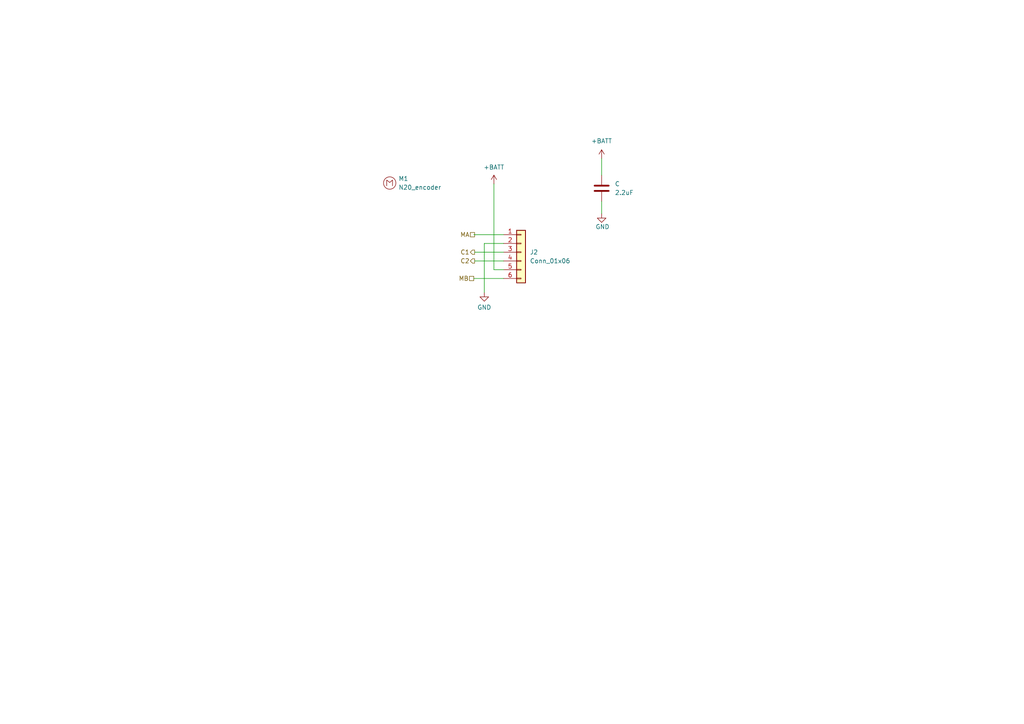
<source format=kicad_sch>
(kicad_sch (version 20230121) (generator eeschema)
  (paper "A4")
  (lib_symbols
    (symbol "Connector_Generic:Conn_01x06" (pin_names (offset 1.016) hide)
      (property "Reference" "J" (at 0 7.62 0))
      (property "Value" "Conn_01x06" (at 0 -10.16 0))
      (symbol "Conn_01x06_1_1"
        (rectangle (start -1.27 -7.493) (end 0 -7.747) (stroke (width 0.1524)))
        (rectangle (start -1.27 -4.953) (end 0 -5.207) (stroke (width 0.1524)))
        (rectangle (start -1.27 -2.413) (end 0 -2.667) (stroke (width 0.1524)))
        (rectangle (start -1.27 0.127) (end 0 -0.127) (stroke (width 0.1524)))
        (rectangle (start -1.27 2.667) (end 0 2.413) (stroke (width 0.1524)))
        (rectangle (start -1.27 5.207) (end 0 4.953) (stroke (width 0.1524)))
        (rectangle (start -1.27 6.35) (end 1.27 -8.89) (stroke (width 0.254)) (fill (type background)))
        (pin passive line (at -5.08 5.08 0) (length 3.81) (name "Pin_1") (number "1"))
        (pin passive line (at -5.08 2.54 0) (length 3.81) (name "Pin_2") (number "2"))
        (pin passive line (at -5.08 0 0) (length 3.81) (name "Pin_3") (number "3"))
        (pin passive line (at -5.08 -2.54 0) (length 3.81) (name "Pin_4") (number "4"))
        (pin passive line (at -5.08 -5.08 0) (length 3.81) (name "Pin_5") (number "5"))
        (pin passive line (at -5.08 -7.62 0) (length 3.81) (name "Pin_6") (number "6"))
      )
    )
    (symbol "Device:C" (pin_numbers hide) (pin_names (offset 0.254))
      (property "Reference" "C" (at 0.635 2.54 0))
      (property "Value" "C" (at 0.635 -2.54 0))
      (symbol "C_0_1"
        (polyline (pts (xy -2.032 -0.762) (xy 2.032 -0.762)) (stroke (width 0.508)))
        (polyline (pts (xy -2.032 0.762) (xy 2.032 0.762)) (stroke (width 0.508)))
      )
      (symbol "C_1_1"
        (pin passive line (at 0 3.81 270) (length 2.794) (name "~") (number "1"))
        (pin passive line (at 0 -3.81 90) (length 2.794) (name "~") (number "2"))
      )
    )
    (symbol "minimouse:N20_w_encoder"
      (property "Reference" "M" (at -8.89 1.27 0))
      (property "Value" "N20_encoder" (at 0 -2.54 0))
      (symbol "N20_w_encoder_0_1"
        (polyline (pts (xy -0.8636 -0.8128) (xy -0.8636 0.8636) (xy 0 0.1524) (xy 0.8128 0.8636) (xy 0.8128 -0.8128)))
        (circle (center 0 0) (radius 1.7961))
      )
    )
    (symbol "power:+BATT" (power) (pin_names (offset 0))
      (property "Value" "+BATT" (at 0 3.556 0))
      (symbol "+BATT_0_1"
        (polyline (pts (xy -0.762 1.27) (xy 0 2.54)))
        (polyline (pts (xy 0 0) (xy 0 2.54)))
        (polyline (pts (xy 0 2.54) (xy 0.762 1.27)))
      )
      (symbol "+BATT_1_1"
        (pin power_in line (at 0 0 90) (length 0) hide (name "+BATT") (number "1"))
      )
    )
    (symbol "power:GND" (power) (pin_names (offset 0))
      (property "Value" "GND" (at 0 -3.81 0))
      (symbol "GND_0_1"
        (polyline (pts (xy 0 0) (xy 0 -1.27) (xy 1.27 -1.27) (xy 0 -2.54) (xy -1.27 -1.27) (xy 0 -1.27)))
      )
      (symbol "GND_1_1"
        (pin power_in line (at 0 0 270) (length 0) hide (name "GND") (number "1"))
      )
    )
  )
  (wire (pts (xy 137.414 68.072) (xy 146.05 68.072)))
  (wire (pts (xy 140.462 70.612) (xy 146.05 70.612)))
  (wire (pts (xy 174.498 45.974) (xy 174.498 50.8)))
  (wire (pts (xy 137.668 73.152) (xy 146.05 73.152)))
  (wire (pts (xy 174.498 58.42) (xy 174.498 61.976)))
  (wire (pts (xy 143.256 53.34) (xy 143.256 78.232)))
  (wire (pts (xy 137.414 80.772) (xy 146.05 80.772)))
  (wire (pts (xy 140.462 70.612) (xy 140.462 84.836)))
  (wire (pts (xy 137.668 75.692) (xy 146.05 75.692)))
  (wire (pts (xy 143.256 78.232) (xy 146.05 78.232)))
  (hierarchical_label "C1" (shape output) (at 137.668 73.152 180))
  (hierarchical_label "C2" (shape output) (at 137.668 75.692 180))
  (hierarchical_label "MB" (shape passive) (at 137.414 80.772 180))
  (hierarchical_label "MA" (shape passive) (at 137.668 68.072 180))
  (symbol (lib_id "Device:C") (at 174.498 54.61 0) (unit 1)
    (property "Reference" "C" (at 178.308 53.34 0) (effects (justify left)))
    (property "Value" "2.2uF" (at 178.308 55.88 0) (effects (justify left)))
    (instances (project "minimouse" (path "" (reference "C") (unit 1)) (path "" (reference "C7") (unit 1)) (path "" (reference "C8") (unit 1))))
  )
  (symbol (lib_id "minimouse:N20_w_encoder") (at 113.03 53.086 0) (unit 1)
    (property "Reference" "M1" (at 115.57 51.816 0) (effects (justify left)))
    (property "Value" "N20_encoder" (at 115.57 54.356 0) (effects (justify left)))
    (property "Footprint" "minimouse:N20_with_encoder" (effects hide))
    (instances (project "minimouse" (path "" (reference "M1") (unit 1)) (path "" (reference "M2") (unit 1))))
  )
  (symbol (lib_id "power:GND") (at 174.498 61.976 0) (unit 1)
    (property "Reference" "#PWR028" (effects hide))
    (property "Value" "GND" (at 174.752 65.786 0))
    (instances (project "minimouse" (path "" (reference "#PWR028") (unit 1)) (path "" (reference "#PWR030") (unit 1)) (path "" (reference "#PWR032") (unit 1))))
  )
  (symbol (lib_id "power:GND") (at 140.462 84.836 0) (unit 1)
    (property "Reference" "#PWR020" (effects hide))
    (property "Value" "GND" (at 140.462 89.154 0))
    (instances (project "minimouse" (path "" (reference "#PWR020") (unit 1)) (path "" (reference "#PWR021") (unit 1))))
  )
  (symbol (lib_id "Connector_Generic:Conn_01x06") (at 151.13 73.152 0) (unit 1)
    (property "Reference" "J2" (at 153.67 73.152 0) (effects (justify left)))
    (property "Value" "Conn_01x06" (at 153.67 75.692 0) (effects (justify left)))
    (instances (project "minimouse" (path "" (reference "J2") (unit 1)) (path "" (reference "J3") (unit 1))))
  )
  (symbol (lib_id "power:+BATT") (at 143.256 53.34 0) (unit 1)
    (property "Reference" "#PWR022" (effects hide))
    (property "Value" "+BATT" (at 143.256 48.514 0))
    (instances (project "minimouse" (path "" (reference "#PWR022") (unit 1)) (path "" (reference "#PWR023") (unit 1))))
  )
  (symbol (lib_id "power:+BATT") (at 174.498 45.974 0) (unit 1)
    (property "Reference" "#PWR014" (effects hide))
    (property "Value" "+BATT" (at 174.498 40.894 0))
    (instances (project "minimouse" (path "" (reference "#PWR014") (unit 1)) (path "" (reference "#PWR029") (unit 1)) (path "" (reference "#PWR031") (unit 1))))
  )
)
</source>
